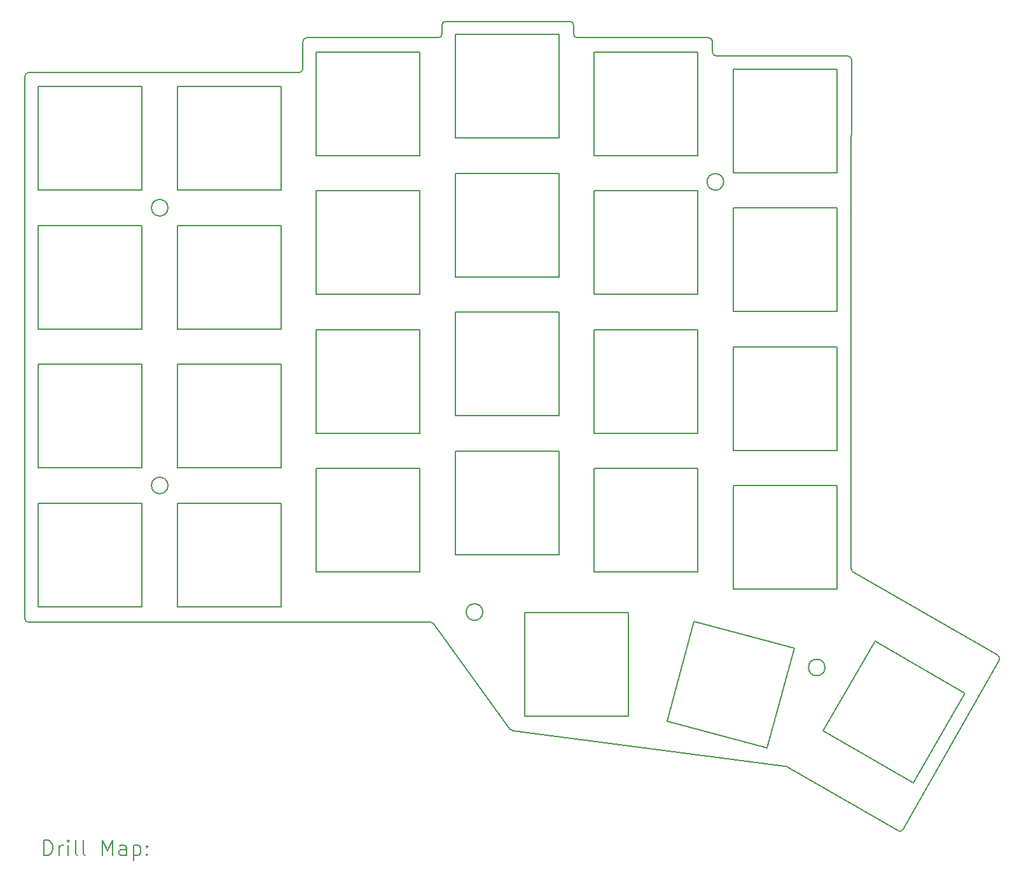
<source format=gbr>
%TF.GenerationSoftware,KiCad,Pcbnew,8.0.8+1*%
%TF.CreationDate,2025-03-02T13:34:38+00:00*%
%TF.ProjectId,frontplate,66726f6e-7470-46c6-9174-652e6b696361,0.2*%
%TF.SameCoordinates,Original*%
%TF.FileFunction,Drillmap*%
%TF.FilePolarity,Positive*%
%FSLAX45Y45*%
G04 Gerber Fmt 4.5, Leading zero omitted, Abs format (unit mm)*
G04 Created by KiCad (PCBNEW 8.0.8+1) date 2025-03-02 13:34:38*
%MOMM*%
%LPD*%
G01*
G04 APERTURE LIST*
%ADD10C,0.150000*%
%ADD11C,0.200000*%
G04 APERTURE END LIST*
D10*
X9131699Y-10849749D02*
X9131501Y-3622750D01*
X9181500Y-3572749D02*
X12781501Y-3572651D01*
X12831500Y-3522651D02*
X12831500Y-3160250D01*
X12881500Y-3110250D02*
X14631500Y-3110250D01*
X14681500Y-3060250D02*
X14681500Y-2940950D01*
X14731500Y-2890950D02*
X16384300Y-2890950D01*
X16434300Y-2940950D02*
X16434300Y-3060250D01*
X16484300Y-3110250D02*
X18234300Y-3110250D01*
X18284300Y-3160250D02*
X18284300Y-3303304D01*
X18334296Y-3353304D02*
X20084244Y-3353446D01*
X20134240Y-3403506D02*
X20131800Y-5422717D01*
X20131800Y-5422777D02*
X20131800Y-10183594D01*
X20156800Y-10226896D02*
X22082291Y-11338578D01*
X22100761Y-11406586D02*
X20821272Y-13657791D01*
X20752803Y-13676386D02*
X19277748Y-12824763D01*
X19259239Y-12818488D02*
X15625859Y-12342796D01*
X15591861Y-12322556D02*
X14575723Y-10920164D01*
X14535232Y-10899501D02*
X9181701Y-10899748D01*
X9131501Y-3622750D02*
G75*
G02*
X9181500Y-3572751I49999J0D01*
G01*
X12831500Y-3522651D02*
G75*
G02*
X12781501Y-3572650I-50000J1D01*
G01*
X12831500Y-3160250D02*
G75*
G02*
X12881500Y-3110250I50000J0D01*
G01*
X14681500Y-3060250D02*
G75*
G02*
X14631500Y-3110250I-50000J0D01*
G01*
X14681500Y-2940950D02*
G75*
G02*
X14731500Y-2890950I50000J0D01*
G01*
X16384300Y-2890950D02*
G75*
G02*
X16434300Y-2940950I0J-50000D01*
G01*
X16484300Y-3110250D02*
G75*
G02*
X16434300Y-3060250I0J50000D01*
G01*
X18234300Y-3110250D02*
G75*
G02*
X18284300Y-3160250I0J-50000D01*
G01*
X18334296Y-3353304D02*
G75*
G02*
X18284296Y-3303304I4J50004D01*
G01*
X20084244Y-3353446D02*
G75*
G02*
X20134244Y-3403506I-4J-50004D01*
G01*
X20131800Y-5422717D02*
X20131800Y-5422777D01*
X20156800Y-10226896D02*
G75*
G02*
X20131796Y-10183594I25000J43306D01*
G01*
X22082291Y-11338578D02*
G75*
G02*
X22100761Y-11406586I-25001J-43302D01*
G01*
X20821272Y-13657791D02*
G75*
G02*
X20752802Y-13676388I-43472J24711D01*
G01*
X19259239Y-12818488D02*
G75*
G02*
X19277749Y-12824762I-6489J-49582D01*
G01*
X15625859Y-12342796D02*
G75*
G02*
X15591861Y-12322556I6491J49576D01*
G01*
X14535232Y-10899501D02*
G75*
G02*
X14575720Y-10920166I-2J-49999D01*
G01*
X9181701Y-10899748D02*
G75*
G02*
X9131702Y-10849749I-1J49998D01*
G01*
X9310000Y-10690000D02*
X10690000Y-10690000D01*
X10690000Y-10690000D02*
X10690000Y-9310000D01*
X10690000Y-9310000D02*
X9310000Y-9310000D01*
X9310000Y-9310000D02*
X9310000Y-10690000D01*
X9310000Y-8840000D02*
X10690000Y-8840000D01*
X10690000Y-8840000D02*
X10690000Y-7460000D01*
X10690000Y-7460000D02*
X9310000Y-7460000D01*
X9310000Y-7460000D02*
X9310000Y-8840000D01*
X9310000Y-6990000D02*
X10690000Y-6990000D01*
X10690000Y-6990000D02*
X10690000Y-5610000D01*
X10690000Y-5610000D02*
X9310000Y-5610000D01*
X9310000Y-5610000D02*
X9310000Y-6990000D01*
X9310000Y-5140000D02*
X10690000Y-5140000D01*
X10690000Y-5140000D02*
X10690000Y-3760000D01*
X10690000Y-3760000D02*
X9310000Y-3760000D01*
X9310000Y-3760000D02*
X9310000Y-5140000D01*
X11160000Y-10690000D02*
X12540000Y-10690000D01*
X12540000Y-10690000D02*
X12540000Y-9310000D01*
X12540000Y-9310000D02*
X11160000Y-9310000D01*
X11160000Y-9310000D02*
X11160000Y-10690000D01*
X11160000Y-8840000D02*
X12540000Y-8840000D01*
X12540000Y-8840000D02*
X12540000Y-7460000D01*
X12540000Y-7460000D02*
X11160000Y-7460000D01*
X11160000Y-7460000D02*
X11160000Y-8840000D01*
X11160000Y-6990000D02*
X12540000Y-6990000D01*
X12540000Y-6990000D02*
X12540000Y-5610000D01*
X12540000Y-5610000D02*
X11160000Y-5610000D01*
X11160000Y-5610000D02*
X11160000Y-6990000D01*
X11160000Y-5140000D02*
X12540000Y-5140000D01*
X12540000Y-5140000D02*
X12540000Y-3760000D01*
X12540000Y-3760000D02*
X11160000Y-3760000D01*
X11160000Y-3760000D02*
X11160000Y-5140000D01*
X13010000Y-10227500D02*
X14390000Y-10227500D01*
X14390000Y-10227500D02*
X14390000Y-8847500D01*
X14390000Y-8847500D02*
X13010000Y-8847500D01*
X13010000Y-8847500D02*
X13010000Y-10227500D01*
X13010000Y-8377500D02*
X14390000Y-8377500D01*
X14390000Y-8377500D02*
X14390000Y-6997500D01*
X14390000Y-6997500D02*
X13010000Y-6997500D01*
X13010000Y-6997500D02*
X13010000Y-8377500D01*
X13010000Y-6527500D02*
X14390000Y-6527500D01*
X14390000Y-6527500D02*
X14390000Y-5147500D01*
X14390000Y-5147500D02*
X13010000Y-5147500D01*
X13010000Y-5147500D02*
X13010000Y-6527500D01*
X13010000Y-4677500D02*
X14390000Y-4677500D01*
X14390000Y-4677500D02*
X14390000Y-3297500D01*
X14390000Y-3297500D02*
X13010000Y-3297500D01*
X13010000Y-3297500D02*
X13010000Y-4677500D01*
X14860000Y-9996250D02*
X16240000Y-9996250D01*
X16240000Y-9996250D02*
X16240000Y-8616250D01*
X16240000Y-8616250D02*
X14860000Y-8616250D01*
X14860000Y-8616250D02*
X14860000Y-9996250D01*
X14860000Y-8146250D02*
X16240000Y-8146250D01*
X16240000Y-8146250D02*
X16240000Y-6766250D01*
X16240000Y-6766250D02*
X14860000Y-6766250D01*
X14860000Y-6766250D02*
X14860000Y-8146250D01*
X14860000Y-6296250D02*
X16240000Y-6296250D01*
X16240000Y-6296250D02*
X16240000Y-4916250D01*
X16240000Y-4916250D02*
X14860000Y-4916250D01*
X14860000Y-4916250D02*
X14860000Y-6296250D01*
X14860000Y-4446250D02*
X16240000Y-4446250D01*
X16240000Y-4446250D02*
X16240000Y-3066250D01*
X16240000Y-3066250D02*
X14860000Y-3066250D01*
X14860000Y-3066250D02*
X14860000Y-4446250D01*
X16710000Y-10227500D02*
X18090000Y-10227500D01*
X18090000Y-10227500D02*
X18090000Y-8847500D01*
X18090000Y-8847500D02*
X16710000Y-8847500D01*
X16710000Y-8847500D02*
X16710000Y-10227500D01*
X16710000Y-8377500D02*
X18090000Y-8377500D01*
X18090000Y-8377500D02*
X18090000Y-6997500D01*
X18090000Y-6997500D02*
X16710000Y-6997500D01*
X16710000Y-6997500D02*
X16710000Y-8377500D01*
X16710000Y-6527500D02*
X18090000Y-6527500D01*
X18090000Y-6527500D02*
X18090000Y-5147500D01*
X18090000Y-5147500D02*
X16710000Y-5147500D01*
X16710000Y-5147500D02*
X16710000Y-6527500D01*
X16710000Y-4677500D02*
X18090000Y-4677500D01*
X18090000Y-4677500D02*
X18090000Y-3297500D01*
X18090000Y-3297500D02*
X16710000Y-3297500D01*
X16710000Y-3297500D02*
X16710000Y-4677500D01*
X18560000Y-10458750D02*
X19940000Y-10458750D01*
X19940000Y-10458750D02*
X19940000Y-9078750D01*
X19940000Y-9078750D02*
X18560000Y-9078750D01*
X18560000Y-9078750D02*
X18560000Y-10458750D01*
X18560000Y-8608750D02*
X19940000Y-8608750D01*
X19940000Y-8608750D02*
X19940000Y-7228750D01*
X19940000Y-7228750D02*
X18560000Y-7228750D01*
X18560000Y-7228750D02*
X18560000Y-8608750D01*
X18560000Y-6758750D02*
X19940000Y-6758750D01*
X19940000Y-6758750D02*
X19940000Y-5378750D01*
X19940000Y-5378750D02*
X18560000Y-5378750D01*
X18560000Y-5378750D02*
X18560000Y-6758750D01*
X18560000Y-4908750D02*
X19940000Y-4908750D01*
X19940000Y-4908750D02*
X19940000Y-3528750D01*
X19940000Y-3528750D02*
X18560000Y-3528750D01*
X18560000Y-3528750D02*
X18560000Y-4908750D01*
X15785000Y-12146250D02*
X17165000Y-12146250D01*
X17165000Y-12146250D02*
X17165000Y-10766250D01*
X17165000Y-10766250D02*
X15785000Y-10766250D01*
X15785000Y-10766250D02*
X15785000Y-12146250D01*
X17679926Y-12219154D02*
X19012904Y-12576324D01*
X19012904Y-12576324D02*
X19370074Y-11243346D01*
X19370074Y-11243346D02*
X18037096Y-10886176D01*
X18037096Y-10886176D02*
X17679926Y-12219154D01*
X20953942Y-13037282D02*
X21643942Y-11842167D01*
X21643942Y-11842167D02*
X20448827Y-11152167D01*
X20448827Y-11152167D02*
X19758827Y-12347282D01*
X19758827Y-12347282D02*
X20953942Y-13037282D01*
X11035000Y-5375000D02*
G75*
G02*
X10815000Y-5375000I-110000J0D01*
G01*
X10815000Y-5375000D02*
G75*
G02*
X11035000Y-5375000I110000J0D01*
G01*
X11035000Y-9075000D02*
G75*
G02*
X10815000Y-9075000I-110000J0D01*
G01*
X10815000Y-9075000D02*
G75*
G02*
X11035000Y-9075000I110000J0D01*
G01*
X18431800Y-5029850D02*
G75*
G02*
X18211800Y-5029850I-110000J0D01*
G01*
X18211800Y-5029850D02*
G75*
G02*
X18431800Y-5029850I110000J0D01*
G01*
X15225700Y-10761500D02*
G75*
G02*
X15005700Y-10761500I-110000J0D01*
G01*
X15005700Y-10761500D02*
G75*
G02*
X15225700Y-10761500I110000J0D01*
G01*
X19782460Y-11500675D02*
G75*
G02*
X19562460Y-11500675I-110000J0D01*
G01*
X19562460Y-11500675D02*
G75*
G02*
X19782460Y-11500675I110000J0D01*
G01*
D11*
X9384778Y-14002069D02*
X9384778Y-13802069D01*
X9384778Y-13802069D02*
X9432397Y-13802069D01*
X9432397Y-13802069D02*
X9460969Y-13811592D01*
X9460969Y-13811592D02*
X9480016Y-13830640D01*
X9480016Y-13830640D02*
X9489540Y-13849688D01*
X9489540Y-13849688D02*
X9499064Y-13887783D01*
X9499064Y-13887783D02*
X9499064Y-13916354D01*
X9499064Y-13916354D02*
X9489540Y-13954449D01*
X9489540Y-13954449D02*
X9480016Y-13973497D01*
X9480016Y-13973497D02*
X9460969Y-13992545D01*
X9460969Y-13992545D02*
X9432397Y-14002069D01*
X9432397Y-14002069D02*
X9384778Y-14002069D01*
X9584778Y-14002069D02*
X9584778Y-13868735D01*
X9584778Y-13906830D02*
X9594302Y-13887783D01*
X9594302Y-13887783D02*
X9603826Y-13878259D01*
X9603826Y-13878259D02*
X9622873Y-13868735D01*
X9622873Y-13868735D02*
X9641921Y-13868735D01*
X9708588Y-14002069D02*
X9708588Y-13868735D01*
X9708588Y-13802069D02*
X9699064Y-13811592D01*
X9699064Y-13811592D02*
X9708588Y-13821116D01*
X9708588Y-13821116D02*
X9718112Y-13811592D01*
X9718112Y-13811592D02*
X9708588Y-13802069D01*
X9708588Y-13802069D02*
X9708588Y-13821116D01*
X9832397Y-14002069D02*
X9813350Y-13992545D01*
X9813350Y-13992545D02*
X9803826Y-13973497D01*
X9803826Y-13973497D02*
X9803826Y-13802069D01*
X9937159Y-14002069D02*
X9918112Y-13992545D01*
X9918112Y-13992545D02*
X9908588Y-13973497D01*
X9908588Y-13973497D02*
X9908588Y-13802069D01*
X10165731Y-14002069D02*
X10165731Y-13802069D01*
X10165731Y-13802069D02*
X10232397Y-13944926D01*
X10232397Y-13944926D02*
X10299064Y-13802069D01*
X10299064Y-13802069D02*
X10299064Y-14002069D01*
X10480016Y-14002069D02*
X10480016Y-13897307D01*
X10480016Y-13897307D02*
X10470493Y-13878259D01*
X10470493Y-13878259D02*
X10451445Y-13868735D01*
X10451445Y-13868735D02*
X10413350Y-13868735D01*
X10413350Y-13868735D02*
X10394302Y-13878259D01*
X10480016Y-13992545D02*
X10460969Y-14002069D01*
X10460969Y-14002069D02*
X10413350Y-14002069D01*
X10413350Y-14002069D02*
X10394302Y-13992545D01*
X10394302Y-13992545D02*
X10384778Y-13973497D01*
X10384778Y-13973497D02*
X10384778Y-13954449D01*
X10384778Y-13954449D02*
X10394302Y-13935402D01*
X10394302Y-13935402D02*
X10413350Y-13925878D01*
X10413350Y-13925878D02*
X10460969Y-13925878D01*
X10460969Y-13925878D02*
X10480016Y-13916354D01*
X10575254Y-13868735D02*
X10575254Y-14068735D01*
X10575254Y-13878259D02*
X10594302Y-13868735D01*
X10594302Y-13868735D02*
X10632397Y-13868735D01*
X10632397Y-13868735D02*
X10651445Y-13878259D01*
X10651445Y-13878259D02*
X10660969Y-13887783D01*
X10660969Y-13887783D02*
X10670493Y-13906830D01*
X10670493Y-13906830D02*
X10670493Y-13963973D01*
X10670493Y-13963973D02*
X10660969Y-13983021D01*
X10660969Y-13983021D02*
X10651445Y-13992545D01*
X10651445Y-13992545D02*
X10632397Y-14002069D01*
X10632397Y-14002069D02*
X10594302Y-14002069D01*
X10594302Y-14002069D02*
X10575254Y-13992545D01*
X10756207Y-13983021D02*
X10765731Y-13992545D01*
X10765731Y-13992545D02*
X10756207Y-14002069D01*
X10756207Y-14002069D02*
X10746683Y-13992545D01*
X10746683Y-13992545D02*
X10756207Y-13983021D01*
X10756207Y-13983021D02*
X10756207Y-14002069D01*
X10756207Y-13878259D02*
X10765731Y-13887783D01*
X10765731Y-13887783D02*
X10756207Y-13897307D01*
X10756207Y-13897307D02*
X10746683Y-13887783D01*
X10746683Y-13887783D02*
X10756207Y-13878259D01*
X10756207Y-13878259D02*
X10756207Y-13897307D01*
M02*

</source>
